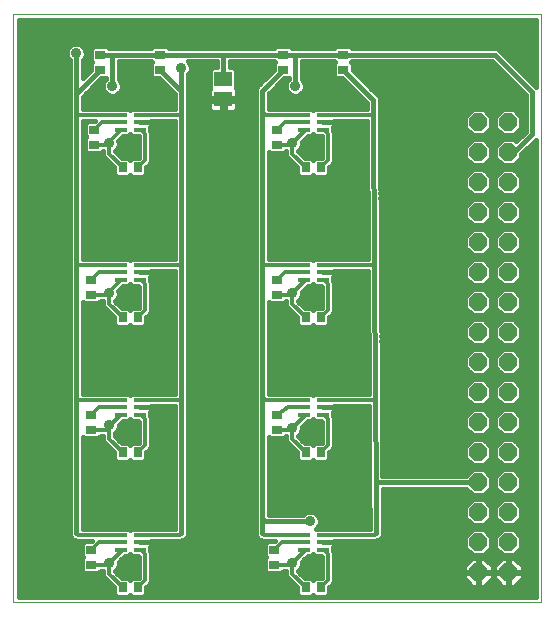
<source format=gtl>
G75*
G70*
%OFA0B0*%
%FSLAX24Y24*%
%IPPOS*%
%LPD*%
%AMOC8*
5,1,8,0,0,1.08239X$1,22.5*
%
%ADD10C,0.0000*%
%ADD11R,0.0413X0.0118*%
%ADD12R,0.0276X0.0354*%
%ADD13R,0.0354X0.0276*%
%ADD14OC8,0.0600*%
%ADD15R,0.0591X0.0512*%
%ADD16C,0.0160*%
%ADD17C,0.0120*%
%ADD18C,0.0356*%
D10*
X000180Y000600D02*
X000180Y020200D01*
X017780Y020200D01*
X017780Y000600D01*
X000180Y000600D01*
D11*
X003765Y002344D03*
X003765Y002600D03*
X003765Y002856D03*
X004395Y002856D03*
X004395Y002600D03*
X004395Y002344D03*
X004395Y006844D03*
X004395Y007100D03*
X004395Y007356D03*
X003765Y007356D03*
X003765Y007100D03*
X003765Y006844D03*
X003765Y011344D03*
X003765Y011600D03*
X003765Y011856D03*
X004395Y011856D03*
X004395Y011600D03*
X004395Y011344D03*
X004395Y016344D03*
X004395Y016600D03*
X004395Y016856D03*
X003765Y016856D03*
X003765Y016600D03*
X003765Y016344D03*
X009865Y016344D03*
X009865Y016600D03*
X009865Y016856D03*
X010495Y016856D03*
X010495Y016600D03*
X010495Y016344D03*
X010495Y011856D03*
X010495Y011600D03*
X010495Y011344D03*
X009865Y011344D03*
X009865Y011600D03*
X009865Y011856D03*
X009865Y007356D03*
X009865Y007100D03*
X009865Y006844D03*
X010495Y006844D03*
X010495Y007100D03*
X010495Y007356D03*
X010495Y002856D03*
X010495Y002600D03*
X010495Y002344D03*
X009865Y002344D03*
X009865Y002600D03*
X009865Y002856D03*
D12*
X009924Y001100D03*
X010436Y001100D03*
X010436Y005600D03*
X009924Y005600D03*
X009924Y010100D03*
X010436Y010100D03*
X010436Y015100D03*
X009924Y015100D03*
X004336Y015100D03*
X003824Y015100D03*
X003824Y010100D03*
X004336Y010100D03*
X004336Y005600D03*
X003824Y005600D03*
X003824Y001100D03*
X004336Y001100D03*
D13*
X002780Y001844D03*
X002780Y002356D03*
X002780Y006344D03*
X002780Y006856D03*
X002780Y010844D03*
X002780Y011356D03*
X002880Y015844D03*
X002880Y016356D03*
X003080Y018344D03*
X003080Y018856D03*
X005080Y018856D03*
X005080Y018344D03*
X008980Y016356D03*
X008980Y015844D03*
X009180Y018344D03*
X009180Y018856D03*
X011180Y018856D03*
X011180Y018344D03*
X008980Y011356D03*
X008980Y010844D03*
X008980Y006856D03*
X008980Y006344D03*
X008880Y002356D03*
X008880Y001844D03*
D14*
X015680Y001600D03*
X015680Y002600D03*
X015680Y003600D03*
X015680Y004600D03*
X015680Y005600D03*
X015680Y006600D03*
X015680Y007600D03*
X015680Y008600D03*
X015680Y009600D03*
X015680Y010600D03*
X015680Y011600D03*
X015680Y012600D03*
X015680Y013600D03*
X015680Y014600D03*
X015680Y015600D03*
X015680Y016600D03*
X016680Y016600D03*
X016680Y015600D03*
X016680Y014600D03*
X016680Y013600D03*
X016680Y012600D03*
X016680Y011600D03*
X016680Y010600D03*
X016680Y009600D03*
X016680Y008600D03*
X016680Y007600D03*
X016680Y006600D03*
X016680Y005600D03*
X016680Y004600D03*
X016680Y003600D03*
X016680Y002600D03*
X016680Y001600D03*
D15*
X007180Y017365D03*
X007180Y018035D03*
D16*
X007180Y018856D01*
X006880Y018856D01*
X005080Y018856D01*
X003080Y018856D01*
X003424Y018856D01*
X003480Y018800D01*
X003480Y017800D01*
X003700Y018030D02*
X003700Y018636D01*
X004787Y018636D01*
X004823Y018600D01*
X004763Y018540D01*
X004763Y018148D01*
X004845Y018066D01*
X005047Y018066D01*
X005560Y017553D01*
X005560Y017056D01*
X004312Y017056D01*
X004311Y017055D01*
X004130Y017055D01*
X004080Y017005D01*
X004030Y017055D01*
X003849Y017055D01*
X003848Y017056D01*
X002500Y017056D01*
X002500Y017453D01*
X003113Y018066D01*
X003260Y018066D01*
X003260Y018030D01*
X003210Y017980D01*
X003162Y017863D01*
X003162Y017737D01*
X003210Y017620D01*
X003300Y017530D01*
X003417Y017482D01*
X003543Y017482D01*
X003660Y017530D01*
X003750Y017620D01*
X003798Y017737D01*
X003798Y017863D01*
X003750Y017980D01*
X003700Y018030D01*
X003700Y018035D02*
X005078Y018035D01*
X005236Y017877D02*
X003793Y017877D01*
X003790Y017718D02*
X005395Y017718D01*
X005553Y017560D02*
X003689Y017560D01*
X003271Y017560D02*
X002607Y017560D01*
X002500Y017401D02*
X005560Y017401D01*
X005560Y017243D02*
X002500Y017243D01*
X002500Y017084D02*
X005560Y017084D01*
X005780Y016800D02*
X005780Y011800D01*
X005780Y007300D01*
X005780Y002900D01*
X005843Y002680D02*
X005871Y002680D01*
X006000Y002809D01*
X006000Y018170D01*
X006050Y018220D01*
X006098Y018337D01*
X006098Y018463D01*
X006050Y018580D01*
X005994Y018636D01*
X006960Y018636D01*
X006960Y018431D01*
X006827Y018431D01*
X006745Y018349D01*
X006745Y017736D01*
X006741Y017732D01*
X006717Y017691D01*
X006705Y017645D01*
X006705Y017413D01*
X007132Y017413D01*
X007132Y017317D01*
X007228Y017317D01*
X007228Y016929D01*
X007499Y016929D01*
X007545Y016942D01*
X007586Y016965D01*
X007619Y016999D01*
X007643Y017040D01*
X007655Y017086D01*
X007655Y017317D01*
X007228Y017317D01*
X007228Y017413D01*
X007655Y017413D01*
X007655Y017645D01*
X007643Y017691D01*
X007619Y017732D01*
X007615Y017736D01*
X007615Y018349D01*
X007533Y018431D01*
X007400Y018431D01*
X007400Y018636D01*
X008887Y018636D01*
X008923Y018600D01*
X008863Y018540D01*
X008863Y018338D01*
X008389Y017864D01*
X008260Y017735D01*
X008260Y002809D01*
X008389Y002680D01*
X008417Y002680D01*
X008441Y002656D01*
X008897Y002656D01*
X008875Y002634D01*
X008645Y002634D01*
X008563Y002552D01*
X008563Y002160D01*
X008623Y002100D01*
X008563Y002040D01*
X008563Y001648D01*
X008645Y001566D01*
X009115Y001566D01*
X009193Y001644D01*
X009280Y001644D01*
X009280Y001461D01*
X009397Y001344D01*
X009397Y001344D01*
X009646Y001095D01*
X009646Y000865D01*
X009728Y000783D01*
X010120Y000783D01*
X010180Y000843D01*
X010240Y000783D01*
X010632Y000783D01*
X010714Y000865D01*
X010714Y001095D01*
X010763Y001144D01*
X010880Y001261D01*
X010880Y002283D01*
X010842Y002321D01*
X010842Y002426D01*
X010846Y002430D01*
X010869Y002471D01*
X010882Y002517D01*
X010882Y002600D01*
X010882Y002656D01*
X012319Y002656D01*
X012343Y002680D01*
X012373Y002681D01*
X012501Y002810D01*
X012490Y004380D01*
X015278Y004380D01*
X015498Y004160D01*
X015862Y004160D01*
X016120Y004418D01*
X016120Y004782D01*
X015862Y005040D01*
X015498Y005040D01*
X015278Y004820D01*
X012487Y004820D01*
X012469Y007394D01*
X012469Y007394D01*
X012437Y011992D01*
X012404Y016810D01*
X012400Y017345D01*
X012400Y017435D01*
X012399Y017436D01*
X012399Y017437D01*
X012335Y017500D01*
X011497Y018338D01*
X011497Y018540D01*
X011437Y018600D01*
X011473Y018636D01*
X016133Y018636D01*
X017260Y017509D01*
X017260Y016291D01*
X016936Y015967D01*
X016862Y016040D01*
X016498Y016040D01*
X016240Y015782D01*
X016240Y015418D01*
X016498Y015160D01*
X016862Y015160D01*
X017120Y015418D01*
X017120Y015529D01*
X017571Y015980D01*
X017600Y016009D01*
X017600Y000780D01*
X000360Y000780D01*
X000360Y020020D01*
X017600Y020020D01*
X017600Y017791D01*
X016444Y018947D01*
X016315Y019076D01*
X011473Y019076D01*
X011415Y019134D01*
X010945Y019134D01*
X010887Y019076D01*
X009473Y019076D01*
X009415Y019134D01*
X008945Y019134D01*
X008887Y019076D01*
X005373Y019076D01*
X005315Y019134D01*
X004845Y019134D01*
X004787Y019076D01*
X003373Y019076D01*
X003315Y019134D01*
X002845Y019134D01*
X002763Y019052D01*
X002763Y018660D01*
X002823Y018600D01*
X002763Y018540D01*
X002763Y018338D01*
X002500Y018075D01*
X002500Y018670D01*
X002550Y018720D01*
X002598Y018837D01*
X002598Y018963D01*
X002550Y019080D01*
X002460Y019170D01*
X002343Y019218D01*
X002217Y019218D01*
X002100Y019170D01*
X002010Y019080D01*
X001962Y018963D01*
X001962Y018837D01*
X002010Y018720D01*
X002060Y018670D01*
X002060Y002809D01*
X002189Y002680D01*
X002217Y002680D01*
X002241Y002656D01*
X002797Y002656D01*
X002775Y002634D01*
X002545Y002634D01*
X002463Y002552D01*
X002463Y002160D01*
X002523Y002100D01*
X002463Y002040D01*
X002463Y001648D01*
X002545Y001566D01*
X003015Y001566D01*
X003093Y001644D01*
X003180Y001644D01*
X003180Y001461D01*
X003546Y001095D01*
X003546Y000865D01*
X003628Y000783D01*
X004020Y000783D01*
X004080Y000843D01*
X004140Y000783D01*
X004532Y000783D01*
X004614Y000865D01*
X004614Y001095D01*
X004663Y001144D01*
X004780Y001261D01*
X004780Y002283D01*
X004742Y002321D01*
X004742Y002426D01*
X004746Y002430D01*
X004769Y002471D01*
X004782Y002517D01*
X004782Y002600D01*
X004782Y002656D01*
X005819Y002656D01*
X005843Y002680D01*
X005823Y002661D02*
X008437Y002661D01*
X008563Y002502D02*
X004778Y002502D01*
X004782Y002600D02*
X004395Y002600D01*
X004782Y002600D01*
X004742Y002344D02*
X008563Y002344D01*
X008563Y002185D02*
X004780Y002185D01*
X004780Y002027D02*
X008563Y002027D01*
X008563Y001868D02*
X004780Y001868D01*
X004780Y001710D02*
X008563Y001710D01*
X009280Y001551D02*
X004780Y001551D01*
X004780Y001393D02*
X009349Y001393D01*
X009507Y001234D02*
X004753Y001234D01*
X004614Y001076D02*
X009646Y001076D01*
X009646Y000917D02*
X004614Y000917D01*
X004370Y001417D02*
X004140Y001417D01*
X004080Y001357D01*
X004020Y001417D01*
X003790Y001417D01*
X003580Y001627D01*
X003580Y001650D01*
X003650Y001720D01*
X003698Y001837D01*
X003698Y001935D01*
X003848Y002085D01*
X003908Y002145D01*
X004030Y002145D01*
X004080Y002195D01*
X004130Y002145D01*
X004311Y002145D01*
X004312Y002144D01*
X004353Y002144D01*
X004380Y002117D01*
X004380Y001427D01*
X004370Y001417D01*
X004380Y001551D02*
X003656Y001551D01*
X003639Y001710D02*
X004380Y001710D01*
X004380Y001868D02*
X003698Y001868D01*
X003789Y002027D02*
X004380Y002027D01*
X004090Y002185D02*
X004070Y002185D01*
X004395Y002600D02*
X004395Y002600D01*
X004311Y003055D02*
X004130Y003055D01*
X004080Y003005D01*
X004030Y003055D01*
X003849Y003055D01*
X003848Y003056D01*
X002500Y003056D01*
X002500Y006111D01*
X002545Y006066D01*
X003015Y006066D01*
X003093Y006144D01*
X003180Y006144D01*
X003180Y005961D01*
X003546Y005595D01*
X003546Y005365D01*
X003628Y005283D01*
X004020Y005283D01*
X004080Y005343D01*
X004140Y005283D01*
X004532Y005283D01*
X004614Y005365D01*
X004614Y005595D01*
X004663Y005644D01*
X004780Y005761D01*
X004780Y006783D01*
X004742Y006821D01*
X004742Y006926D01*
X004746Y006930D01*
X004769Y006971D01*
X004782Y007017D01*
X004782Y007100D01*
X004782Y007156D01*
X005560Y007156D01*
X005560Y003056D01*
X004312Y003056D01*
X004311Y003055D01*
X005560Y003136D02*
X002500Y003136D01*
X002500Y003295D02*
X005560Y003295D01*
X005560Y003453D02*
X002500Y003453D01*
X002500Y003612D02*
X005560Y003612D01*
X005560Y003770D02*
X002500Y003770D01*
X002500Y003929D02*
X005560Y003929D01*
X005560Y004087D02*
X002500Y004087D01*
X002500Y004246D02*
X005560Y004246D01*
X005560Y004404D02*
X002500Y004404D01*
X002500Y004563D02*
X005560Y004563D01*
X005560Y004721D02*
X002500Y004721D01*
X002500Y004880D02*
X005560Y004880D01*
X005560Y005038D02*
X002500Y005038D01*
X002500Y005197D02*
X005560Y005197D01*
X005560Y005355D02*
X004604Y005355D01*
X004614Y005514D02*
X005560Y005514D01*
X005560Y005672D02*
X004691Y005672D01*
X004780Y005831D02*
X005560Y005831D01*
X005560Y005989D02*
X004780Y005989D01*
X004780Y006148D02*
X005560Y006148D01*
X005560Y006306D02*
X004780Y006306D01*
X004780Y006465D02*
X005560Y006465D01*
X005560Y006623D02*
X004780Y006623D01*
X004780Y006782D02*
X005560Y006782D01*
X005560Y006940D02*
X004751Y006940D01*
X004782Y007099D02*
X005560Y007099D01*
X006000Y007099D02*
X008260Y007099D01*
X008260Y007257D02*
X006000Y007257D01*
X006000Y007416D02*
X008260Y007416D01*
X008260Y007574D02*
X006000Y007574D01*
X006000Y007733D02*
X008260Y007733D01*
X008260Y007891D02*
X006000Y007891D01*
X006000Y008050D02*
X008260Y008050D01*
X008260Y008208D02*
X006000Y008208D01*
X006000Y008367D02*
X008260Y008367D01*
X008260Y008525D02*
X006000Y008525D01*
X006000Y008684D02*
X008260Y008684D01*
X008260Y008842D02*
X006000Y008842D01*
X006000Y009001D02*
X008260Y009001D01*
X008260Y009159D02*
X006000Y009159D01*
X006000Y009318D02*
X008260Y009318D01*
X008260Y009476D02*
X006000Y009476D01*
X006000Y009635D02*
X008260Y009635D01*
X008260Y009793D02*
X006000Y009793D01*
X006000Y009952D02*
X008260Y009952D01*
X008260Y010110D02*
X006000Y010110D01*
X006000Y010269D02*
X008260Y010269D01*
X008260Y010427D02*
X006000Y010427D01*
X006000Y010586D02*
X008260Y010586D01*
X008260Y010744D02*
X006000Y010744D01*
X006000Y010903D02*
X008260Y010903D01*
X008260Y011061D02*
X006000Y011061D01*
X006000Y011220D02*
X008260Y011220D01*
X008260Y011378D02*
X006000Y011378D01*
X006000Y011537D02*
X008260Y011537D01*
X008260Y011695D02*
X006000Y011695D01*
X006000Y011854D02*
X008260Y011854D01*
X008260Y012012D02*
X006000Y012012D01*
X006000Y012171D02*
X008260Y012171D01*
X008260Y012329D02*
X006000Y012329D01*
X006000Y012488D02*
X008260Y012488D01*
X008260Y012646D02*
X006000Y012646D01*
X006000Y012805D02*
X008260Y012805D01*
X008260Y012963D02*
X006000Y012963D01*
X006000Y013122D02*
X008260Y013122D01*
X008260Y013280D02*
X006000Y013280D01*
X006000Y013439D02*
X008260Y013439D01*
X008260Y013597D02*
X006000Y013597D01*
X006000Y013756D02*
X008260Y013756D01*
X008260Y013914D02*
X006000Y013914D01*
X006000Y014073D02*
X008260Y014073D01*
X008260Y014231D02*
X006000Y014231D01*
X006000Y014390D02*
X008260Y014390D01*
X008260Y014548D02*
X006000Y014548D01*
X006000Y014707D02*
X008260Y014707D01*
X008260Y014865D02*
X006000Y014865D01*
X006000Y015024D02*
X008260Y015024D01*
X008260Y015182D02*
X006000Y015182D01*
X006000Y015341D02*
X008260Y015341D01*
X008260Y015499D02*
X006000Y015499D01*
X006000Y015658D02*
X008260Y015658D01*
X008260Y015816D02*
X006000Y015816D01*
X006000Y015975D02*
X008260Y015975D01*
X008260Y016133D02*
X006000Y016133D01*
X006000Y016292D02*
X008260Y016292D01*
X008260Y016450D02*
X006000Y016450D01*
X006000Y016609D02*
X008260Y016609D01*
X008260Y016767D02*
X006000Y016767D01*
X006000Y016926D02*
X008260Y016926D01*
X008260Y017084D02*
X007655Y017084D01*
X007655Y017243D02*
X008260Y017243D01*
X008260Y017401D02*
X007228Y017401D01*
X007132Y017401D02*
X006000Y017401D01*
X006000Y017243D02*
X006705Y017243D01*
X006705Y017317D02*
X006705Y017086D01*
X006717Y017040D01*
X006741Y016999D01*
X006774Y016965D01*
X006815Y016942D01*
X006861Y016929D01*
X007132Y016929D01*
X007132Y017317D01*
X006705Y017317D01*
X006705Y017084D02*
X006000Y017084D01*
X005780Y016800D02*
X005780Y017644D01*
X005780Y018400D01*
X006079Y018511D02*
X006960Y018511D01*
X006748Y018352D02*
X006098Y018352D01*
X006023Y018194D02*
X006745Y018194D01*
X006745Y018035D02*
X006000Y018035D01*
X006000Y017877D02*
X006745Y017877D01*
X006733Y017718D02*
X006000Y017718D01*
X006000Y017560D02*
X006705Y017560D01*
X007132Y017243D02*
X007228Y017243D01*
X007228Y017084D02*
X007132Y017084D01*
X007655Y017560D02*
X008260Y017560D01*
X008260Y017718D02*
X007627Y017718D01*
X007615Y017877D02*
X008401Y017877D01*
X008560Y018035D02*
X007615Y018035D01*
X007615Y018194D02*
X008718Y018194D01*
X008863Y018352D02*
X007612Y018352D01*
X007400Y018511D02*
X008863Y018511D01*
X009180Y018344D02*
X008480Y017644D01*
X008480Y016900D01*
X008480Y011800D01*
X008480Y007400D01*
X008480Y003400D01*
X008580Y003300D01*
X010080Y003300D01*
X010398Y003295D02*
X012057Y003295D01*
X012056Y003453D02*
X010361Y003453D01*
X010350Y003480D02*
X010398Y003363D01*
X010398Y003237D01*
X010350Y003120D01*
X010285Y003055D01*
X010411Y003055D01*
X010412Y003056D01*
X012059Y003056D01*
X012049Y004508D01*
X012048Y004509D01*
X012048Y004599D01*
X012048Y004690D01*
X012048Y004690D01*
X012031Y007156D01*
X010882Y007156D01*
X010882Y007100D01*
X010495Y007100D01*
X010495Y007100D01*
X010882Y007100D01*
X010882Y007017D01*
X010869Y006971D01*
X010846Y006930D01*
X010842Y006926D01*
X010842Y006821D01*
X010880Y006783D01*
X010880Y005761D01*
X010763Y005644D01*
X010763Y005644D01*
X010714Y005595D01*
X010714Y005365D01*
X010632Y005283D01*
X010240Y005283D01*
X010180Y005343D01*
X010120Y005283D01*
X009728Y005283D01*
X009646Y005365D01*
X009646Y005595D01*
X009397Y005844D01*
X009280Y005961D01*
X009280Y006131D01*
X009215Y006066D01*
X008745Y006066D01*
X008700Y006111D01*
X008700Y003520D01*
X009850Y003520D01*
X009900Y003570D01*
X010017Y003618D01*
X010143Y003618D01*
X010260Y003570D01*
X010350Y003480D01*
X010159Y003612D02*
X012055Y003612D01*
X012054Y003770D02*
X008700Y003770D01*
X008700Y003612D02*
X010001Y003612D01*
X010356Y003136D02*
X012058Y003136D01*
X012280Y002900D02*
X012268Y004600D01*
X012268Y004600D01*
X012250Y007301D01*
X012218Y011899D01*
X012183Y016900D01*
X012180Y017344D01*
X011180Y018344D01*
X011147Y018066D02*
X010945Y018066D01*
X010863Y018148D01*
X010863Y018540D01*
X010923Y018600D01*
X010887Y018636D01*
X009800Y018636D01*
X009800Y018030D01*
X009850Y017980D01*
X009898Y017863D01*
X009898Y017737D01*
X009850Y017620D01*
X009760Y017530D01*
X009643Y017482D01*
X009517Y017482D01*
X009400Y017530D01*
X009310Y017620D01*
X009262Y017737D01*
X009262Y017863D01*
X009310Y017980D01*
X009360Y018030D01*
X009360Y018066D01*
X009213Y018066D01*
X008700Y017553D01*
X008700Y017056D01*
X009948Y017056D01*
X009949Y017055D01*
X010130Y017055D01*
X010180Y017005D01*
X010230Y017055D01*
X010411Y017055D01*
X010412Y017056D01*
X011962Y017056D01*
X011961Y017252D01*
X011147Y018066D01*
X011178Y018035D02*
X009800Y018035D01*
X009800Y018194D02*
X010863Y018194D01*
X010863Y018352D02*
X009800Y018352D01*
X009800Y018511D02*
X010863Y018511D01*
X011180Y018856D02*
X009180Y018856D01*
X009524Y018856D01*
X009580Y018800D01*
X009580Y017800D01*
X009789Y017560D02*
X011653Y017560D01*
X011495Y017718D02*
X009890Y017718D01*
X009893Y017877D02*
X011336Y017877D01*
X011642Y018194D02*
X016575Y018194D01*
X016417Y018352D02*
X011497Y018352D01*
X011497Y018511D02*
X016258Y018511D01*
X016224Y018856D02*
X011180Y018856D01*
X011800Y018035D02*
X016734Y018035D01*
X016892Y017877D02*
X011959Y017877D01*
X012117Y017718D02*
X017051Y017718D01*
X017209Y017560D02*
X012276Y017560D01*
X012400Y017401D02*
X017260Y017401D01*
X017260Y017243D02*
X012401Y017243D01*
X012402Y017084D02*
X017260Y017084D01*
X017260Y016926D02*
X016977Y016926D01*
X016862Y017040D02*
X017120Y016782D01*
X017120Y016418D01*
X016862Y016160D01*
X016498Y016160D01*
X016240Y016418D01*
X016240Y016782D01*
X016498Y017040D01*
X016862Y017040D01*
X017120Y016767D02*
X017260Y016767D01*
X017260Y016609D02*
X017120Y016609D01*
X017120Y016450D02*
X017260Y016450D01*
X017260Y016292D02*
X016994Y016292D01*
X017102Y016133D02*
X012408Y016133D01*
X012409Y015975D02*
X015432Y015975D01*
X015498Y016040D02*
X015240Y015782D01*
X015240Y015418D01*
X015498Y015160D01*
X015862Y015160D01*
X016120Y015418D01*
X016120Y015782D01*
X015862Y016040D01*
X015498Y016040D01*
X015498Y016160D02*
X015862Y016160D01*
X016120Y016418D01*
X016120Y016782D01*
X015862Y017040D01*
X015498Y017040D01*
X015240Y016782D01*
X015240Y016418D01*
X015498Y016160D01*
X015366Y016292D02*
X012407Y016292D01*
X012406Y016450D02*
X015240Y016450D01*
X015240Y016609D02*
X012405Y016609D01*
X012404Y016767D02*
X015240Y016767D01*
X015383Y016926D02*
X012403Y016926D01*
X012404Y016810D02*
X012404Y016810D01*
X011965Y016656D02*
X011997Y012056D01*
X010412Y012056D01*
X010411Y012055D01*
X010230Y012055D01*
X010180Y012005D01*
X010130Y012055D01*
X009949Y012055D01*
X009948Y012056D01*
X008700Y012056D01*
X008700Y015611D01*
X008745Y015566D01*
X009215Y015566D01*
X009280Y015631D01*
X009280Y015461D01*
X009397Y015344D01*
X009646Y015095D01*
X009646Y014865D01*
X008700Y014865D01*
X008700Y014707D02*
X011978Y014707D01*
X011977Y014865D02*
X010714Y014865D01*
X010714Y015095D01*
X010763Y015144D01*
X010880Y015261D01*
X010880Y016283D01*
X010842Y016321D01*
X010842Y016426D01*
X010846Y016430D01*
X010869Y016471D01*
X010882Y016517D01*
X010882Y016600D01*
X010882Y016656D01*
X011965Y016656D01*
X011965Y016609D02*
X010882Y016609D01*
X010882Y016600D02*
X010495Y016600D01*
X010495Y016600D01*
X010882Y016600D01*
X010857Y016450D02*
X011966Y016450D01*
X011967Y016292D02*
X010871Y016292D01*
X010880Y016133D02*
X011968Y016133D01*
X011969Y015975D02*
X010880Y015975D01*
X010880Y015816D02*
X011971Y015816D01*
X011972Y015658D02*
X010880Y015658D01*
X010880Y015499D02*
X011973Y015499D01*
X011974Y015341D02*
X010880Y015341D01*
X010801Y015182D02*
X011975Y015182D01*
X011976Y015024D02*
X010714Y015024D01*
X010714Y014865D02*
X010632Y014783D01*
X010240Y014783D01*
X010180Y014843D01*
X010120Y014783D01*
X009728Y014783D01*
X009646Y014865D01*
X009646Y015024D02*
X008700Y015024D01*
X008700Y015182D02*
X009559Y015182D01*
X009401Y015341D02*
X008700Y015341D01*
X008700Y015499D02*
X009280Y015499D01*
X009680Y015627D02*
X009680Y015650D01*
X009750Y015720D01*
X009798Y015837D01*
X009798Y015935D01*
X009948Y016085D01*
X010008Y016145D01*
X010130Y016145D01*
X010180Y016195D01*
X010230Y016145D01*
X010411Y016145D01*
X010412Y016144D01*
X010453Y016144D01*
X010480Y016117D01*
X010480Y015427D01*
X010470Y015417D01*
X010240Y015417D01*
X010180Y015357D01*
X010120Y015417D01*
X009890Y015417D01*
X009680Y015627D01*
X009687Y015658D02*
X010480Y015658D01*
X010480Y015816D02*
X009790Y015816D01*
X009837Y015975D02*
X010480Y015975D01*
X010464Y016133D02*
X009996Y016133D01*
X009948Y016085D02*
X009948Y016085D01*
X009808Y015499D02*
X010480Y015499D01*
X011979Y014548D02*
X008700Y014548D01*
X008700Y014390D02*
X011980Y014390D01*
X011982Y014231D02*
X008700Y014231D01*
X008700Y014073D02*
X011983Y014073D01*
X011984Y013914D02*
X008700Y013914D01*
X008700Y013756D02*
X011985Y013756D01*
X011986Y013597D02*
X008700Y013597D01*
X008700Y013439D02*
X011987Y013439D01*
X011988Y013280D02*
X008700Y013280D01*
X008700Y013122D02*
X011989Y013122D01*
X011990Y012963D02*
X008700Y012963D01*
X008700Y012805D02*
X011991Y012805D01*
X011993Y012646D02*
X008700Y012646D01*
X008700Y012488D02*
X011994Y012488D01*
X011995Y012329D02*
X008700Y012329D01*
X008700Y012171D02*
X011996Y012171D01*
X011999Y011656D02*
X012028Y007556D01*
X010412Y007556D01*
X010411Y007555D01*
X010230Y007555D01*
X010180Y007505D01*
X010130Y007555D01*
X009949Y007555D01*
X009948Y007556D01*
X008700Y007556D01*
X008700Y010611D01*
X008745Y010566D01*
X009215Y010566D01*
X009280Y010631D01*
X009280Y010461D01*
X009397Y010344D01*
X009646Y010095D01*
X009646Y009865D01*
X009728Y009783D01*
X010120Y009783D01*
X010180Y009843D01*
X010240Y009783D01*
X010632Y009783D01*
X010714Y009865D01*
X010714Y010095D01*
X010763Y010144D01*
X010880Y010261D01*
X010880Y011283D01*
X010842Y011321D01*
X010842Y011426D01*
X010846Y011430D01*
X010869Y011471D01*
X010882Y011517D01*
X010882Y011600D01*
X010882Y011656D01*
X011999Y011656D01*
X012000Y011537D02*
X010882Y011537D01*
X010882Y011600D02*
X010495Y011600D01*
X010882Y011600D01*
X010842Y011378D02*
X012001Y011378D01*
X012002Y011220D02*
X010880Y011220D01*
X010880Y011061D02*
X012003Y011061D01*
X012005Y010903D02*
X010880Y010903D01*
X010880Y010744D02*
X012006Y010744D01*
X012007Y010586D02*
X010880Y010586D01*
X010880Y010427D02*
X012008Y010427D01*
X012009Y010269D02*
X010880Y010269D01*
X010729Y010110D02*
X012010Y010110D01*
X012011Y009952D02*
X010714Y009952D01*
X010642Y009793D02*
X012012Y009793D01*
X012013Y009635D02*
X008700Y009635D01*
X008700Y009793D02*
X009718Y009793D01*
X009646Y009952D02*
X008700Y009952D01*
X008700Y010110D02*
X009631Y010110D01*
X009473Y010269D02*
X008700Y010269D01*
X008700Y010427D02*
X009314Y010427D01*
X009280Y010586D02*
X009234Y010586D01*
X009680Y010627D02*
X009680Y010650D01*
X009750Y010720D01*
X009798Y010837D01*
X009798Y010935D01*
X009948Y011085D01*
X010008Y011145D01*
X010130Y011145D01*
X010180Y011195D01*
X010230Y011145D01*
X010411Y011145D01*
X010412Y011144D01*
X010453Y011144D01*
X010480Y011117D01*
X010480Y010427D01*
X009880Y010427D01*
X009890Y010417D02*
X009680Y010627D01*
X009721Y010586D02*
X010480Y010586D01*
X010480Y010744D02*
X009760Y010744D01*
X009798Y010903D02*
X010480Y010903D01*
X010480Y011061D02*
X009924Y011061D01*
X009890Y010417D02*
X010120Y010417D01*
X010180Y010357D01*
X010240Y010417D01*
X010470Y010417D01*
X010480Y010427D01*
X010230Y009793D02*
X010130Y009793D01*
X008700Y009476D02*
X012014Y009476D01*
X012016Y009318D02*
X008700Y009318D01*
X008700Y009159D02*
X012017Y009159D01*
X012018Y009001D02*
X008700Y009001D01*
X008700Y008842D02*
X012019Y008842D01*
X012020Y008684D02*
X008700Y008684D01*
X008700Y008525D02*
X012021Y008525D01*
X012022Y008367D02*
X008700Y008367D01*
X008700Y008208D02*
X012023Y008208D01*
X012024Y008050D02*
X008700Y008050D01*
X008700Y007891D02*
X012025Y007891D01*
X012027Y007733D02*
X008700Y007733D01*
X008700Y007574D02*
X012028Y007574D01*
X012468Y007574D02*
X015240Y007574D01*
X015240Y007418D02*
X015498Y007160D01*
X015862Y007160D01*
X016120Y007418D01*
X016120Y007782D01*
X015862Y008040D01*
X015498Y008040D01*
X015240Y007782D01*
X015240Y007418D01*
X015242Y007416D02*
X012469Y007416D01*
X012470Y007257D02*
X015401Y007257D01*
X015498Y007040D02*
X015240Y006782D01*
X015240Y006418D01*
X015498Y006160D01*
X015862Y006160D01*
X016120Y006418D01*
X016120Y006782D01*
X015862Y007040D01*
X015498Y007040D01*
X015398Y006940D02*
X012472Y006940D01*
X012473Y006782D02*
X015240Y006782D01*
X015240Y006623D02*
X012474Y006623D01*
X012475Y006465D02*
X015240Y006465D01*
X015352Y006306D02*
X012476Y006306D01*
X012478Y006148D02*
X017600Y006148D01*
X017600Y006306D02*
X017008Y006306D01*
X017120Y006418D02*
X016862Y006160D01*
X016498Y006160D01*
X016240Y006418D01*
X016240Y006782D01*
X016498Y007040D01*
X016862Y007040D01*
X017120Y006782D01*
X017120Y006418D01*
X017120Y006465D02*
X017600Y006465D01*
X017600Y006623D02*
X017120Y006623D01*
X017120Y006782D02*
X017600Y006782D01*
X017600Y006940D02*
X016962Y006940D01*
X016862Y007160D02*
X017120Y007418D01*
X017120Y007782D01*
X016862Y008040D01*
X016498Y008040D01*
X016240Y007782D01*
X016240Y007418D01*
X016498Y007160D01*
X016862Y007160D01*
X016959Y007257D02*
X017600Y007257D01*
X017600Y007099D02*
X012471Y007099D01*
X012034Y006623D02*
X010880Y006623D01*
X010880Y006465D02*
X012035Y006465D01*
X012036Y006306D02*
X010880Y006306D01*
X010880Y006148D02*
X012038Y006148D01*
X012039Y005989D02*
X010880Y005989D01*
X010880Y005831D02*
X012040Y005831D01*
X012041Y005672D02*
X010791Y005672D01*
X010714Y005514D02*
X012042Y005514D01*
X012043Y005355D02*
X010704Y005355D01*
X010470Y005917D02*
X010240Y005917D01*
X010180Y005857D01*
X010120Y005917D01*
X009890Y005917D01*
X009680Y006127D01*
X009680Y006150D01*
X009750Y006220D01*
X009798Y006337D01*
X009798Y006435D01*
X009948Y006585D01*
X010008Y006645D01*
X010130Y006645D01*
X010180Y006695D01*
X010230Y006645D01*
X010411Y006645D01*
X010412Y006644D01*
X010453Y006644D01*
X010480Y006617D01*
X010480Y005927D01*
X010470Y005917D01*
X010480Y005989D02*
X009818Y005989D01*
X009680Y006148D02*
X010480Y006148D01*
X010480Y006306D02*
X009785Y006306D01*
X009827Y006465D02*
X010480Y006465D01*
X010474Y006623D02*
X009986Y006623D01*
X009280Y005989D02*
X008700Y005989D01*
X008700Y005831D02*
X009411Y005831D01*
X009569Y005672D02*
X008700Y005672D01*
X008700Y005514D02*
X009646Y005514D01*
X009656Y005355D02*
X008700Y005355D01*
X008700Y005197D02*
X012044Y005197D01*
X012045Y005038D02*
X008700Y005038D01*
X008700Y004880D02*
X012046Y004880D01*
X012047Y004721D02*
X008700Y004721D01*
X008700Y004563D02*
X012048Y004563D01*
X012050Y004404D02*
X008700Y004404D01*
X008700Y004246D02*
X012051Y004246D01*
X012052Y004087D02*
X008700Y004087D01*
X008700Y003929D02*
X012053Y003929D01*
X012493Y003929D02*
X015386Y003929D01*
X015498Y004040D02*
X015240Y003782D01*
X015240Y003418D01*
X015498Y003160D01*
X015862Y003160D01*
X016120Y003418D01*
X016120Y003782D01*
X015862Y004040D01*
X015498Y004040D01*
X015412Y004246D02*
X012491Y004246D01*
X012492Y004087D02*
X017600Y004087D01*
X017600Y003929D02*
X016974Y003929D01*
X016862Y004040D02*
X017120Y003782D01*
X017120Y003418D01*
X016862Y003160D01*
X016498Y003160D01*
X016240Y003418D01*
X016240Y003782D01*
X016498Y004040D01*
X016862Y004040D01*
X016862Y004160D02*
X017120Y004418D01*
X017120Y004782D01*
X016862Y005040D01*
X016498Y005040D01*
X016240Y004782D01*
X016240Y004418D01*
X016498Y004160D01*
X016862Y004160D01*
X016948Y004246D02*
X017600Y004246D01*
X017600Y004404D02*
X017106Y004404D01*
X017120Y004563D02*
X017600Y004563D01*
X017600Y004721D02*
X017120Y004721D01*
X017023Y004880D02*
X017600Y004880D01*
X017600Y005038D02*
X016864Y005038D01*
X016862Y005160D02*
X017120Y005418D01*
X017120Y005782D01*
X016862Y006040D01*
X016498Y006040D01*
X016240Y005782D01*
X016240Y005418D01*
X016498Y005160D01*
X016862Y005160D01*
X016899Y005197D02*
X017600Y005197D01*
X017600Y005355D02*
X017057Y005355D01*
X017120Y005514D02*
X017600Y005514D01*
X017600Y005672D02*
X017120Y005672D01*
X017072Y005831D02*
X017600Y005831D01*
X017600Y005989D02*
X016913Y005989D01*
X016447Y005989D02*
X015913Y005989D01*
X015862Y006040D02*
X015498Y006040D01*
X015240Y005782D01*
X015240Y005418D01*
X015498Y005160D01*
X015862Y005160D01*
X016120Y005418D01*
X016120Y005782D01*
X015862Y006040D01*
X016072Y005831D02*
X016288Y005831D01*
X016240Y005672D02*
X016120Y005672D01*
X016120Y005514D02*
X016240Y005514D01*
X016303Y005355D02*
X016057Y005355D01*
X015899Y005197D02*
X016461Y005197D01*
X016496Y005038D02*
X015864Y005038D01*
X016023Y004880D02*
X016337Y004880D01*
X016240Y004721D02*
X016120Y004721D01*
X016120Y004563D02*
X016240Y004563D01*
X016254Y004404D02*
X016106Y004404D01*
X015948Y004246D02*
X016412Y004246D01*
X016386Y003929D02*
X015974Y003929D01*
X016120Y003770D02*
X016240Y003770D01*
X016240Y003612D02*
X016120Y003612D01*
X016120Y003453D02*
X016240Y003453D01*
X016363Y003295D02*
X015997Y003295D01*
X015862Y003040D02*
X015498Y003040D01*
X015240Y002782D01*
X015240Y002418D01*
X015498Y002160D01*
X015862Y002160D01*
X016120Y002418D01*
X016120Y002782D01*
X015862Y003040D01*
X015925Y002978D02*
X016435Y002978D01*
X016498Y003040D02*
X016240Y002782D01*
X016240Y002418D01*
X016498Y002160D01*
X016862Y002160D01*
X017120Y002418D01*
X017120Y002782D01*
X016862Y003040D01*
X016498Y003040D01*
X016277Y002819D02*
X016083Y002819D01*
X016120Y002661D02*
X016240Y002661D01*
X016240Y002502D02*
X016120Y002502D01*
X016046Y002344D02*
X016314Y002344D01*
X016473Y002185D02*
X015887Y002185D01*
X015879Y002080D02*
X015700Y002080D01*
X015700Y001620D01*
X015660Y001620D01*
X015660Y002080D01*
X015481Y002080D01*
X015200Y001799D01*
X015200Y001620D01*
X015660Y001620D01*
X015660Y001580D01*
X015200Y001580D01*
X015200Y001401D01*
X015481Y001120D01*
X015660Y001120D01*
X015660Y001580D01*
X015700Y001580D01*
X015700Y001620D01*
X016160Y001620D01*
X016160Y001799D01*
X015879Y002080D01*
X015932Y002027D02*
X016428Y002027D01*
X016481Y002080D02*
X016200Y001799D01*
X016200Y001620D01*
X016660Y001620D01*
X016660Y002080D01*
X016481Y002080D01*
X016660Y002027D02*
X016700Y002027D01*
X016700Y002080D02*
X016700Y001620D01*
X016660Y001620D01*
X016660Y001580D01*
X016200Y001580D01*
X016200Y001401D01*
X016481Y001120D01*
X016660Y001120D01*
X016660Y001580D01*
X016700Y001580D01*
X016700Y001620D01*
X017160Y001620D01*
X017160Y001799D01*
X016879Y002080D01*
X016700Y002080D01*
X016700Y001868D02*
X016660Y001868D01*
X016660Y001710D02*
X016700Y001710D01*
X016700Y001580D02*
X017160Y001580D01*
X017160Y001401D01*
X016879Y001120D01*
X016700Y001120D01*
X016700Y001580D01*
X016700Y001551D02*
X016660Y001551D01*
X016660Y001393D02*
X016700Y001393D01*
X016700Y001234D02*
X016660Y001234D01*
X016367Y001234D02*
X015993Y001234D01*
X015879Y001120D02*
X016160Y001401D01*
X016160Y001580D01*
X015700Y001580D01*
X015700Y001120D01*
X015879Y001120D01*
X015700Y001234D02*
X015660Y001234D01*
X015660Y001393D02*
X015700Y001393D01*
X015700Y001551D02*
X015660Y001551D01*
X015660Y001710D02*
X015700Y001710D01*
X015700Y001868D02*
X015660Y001868D01*
X015660Y002027D02*
X015700Y002027D01*
X015473Y002185D02*
X010880Y002185D01*
X010880Y002027D02*
X015428Y002027D01*
X015269Y001868D02*
X010880Y001868D01*
X010880Y001710D02*
X015200Y001710D01*
X015200Y001551D02*
X010880Y001551D01*
X010880Y001393D02*
X015209Y001393D01*
X015367Y001234D02*
X010853Y001234D01*
X010714Y001076D02*
X017600Y001076D01*
X017600Y001234D02*
X016993Y001234D01*
X017151Y001393D02*
X017600Y001393D01*
X017600Y001551D02*
X017160Y001551D01*
X017160Y001710D02*
X017600Y001710D01*
X017600Y001868D02*
X017091Y001868D01*
X016932Y002027D02*
X017600Y002027D01*
X017600Y002185D02*
X016887Y002185D01*
X017046Y002344D02*
X017600Y002344D01*
X017600Y002502D02*
X017120Y002502D01*
X017120Y002661D02*
X017600Y002661D01*
X017600Y002819D02*
X017083Y002819D01*
X016925Y002978D02*
X017600Y002978D01*
X017600Y003136D02*
X012498Y003136D01*
X012499Y002978D02*
X015435Y002978D01*
X015277Y002819D02*
X012501Y002819D01*
X012323Y002661D02*
X015240Y002661D01*
X015240Y002502D02*
X010878Y002502D01*
X010882Y002600D02*
X010495Y002600D01*
X010882Y002600D01*
X010842Y002344D02*
X015314Y002344D01*
X016091Y001868D02*
X016269Y001868D01*
X016200Y001710D02*
X016160Y001710D01*
X016160Y001551D02*
X016200Y001551D01*
X016209Y001393D02*
X016151Y001393D01*
X017600Y000917D02*
X010714Y000917D01*
X010470Y001417D02*
X010240Y001417D01*
X010180Y001357D01*
X010120Y001417D01*
X009890Y001417D01*
X009680Y001627D01*
X009680Y001650D01*
X009750Y001720D01*
X009798Y001837D01*
X009798Y001935D01*
X009948Y002085D01*
X010008Y002145D01*
X010130Y002145D01*
X010180Y002195D01*
X010230Y002145D01*
X010411Y002145D01*
X010412Y002144D01*
X010453Y002144D01*
X010480Y002117D01*
X010480Y001427D01*
X010470Y001417D01*
X010480Y001551D02*
X009756Y001551D01*
X009739Y001710D02*
X010480Y001710D01*
X010480Y001868D02*
X009798Y001868D01*
X009889Y002027D02*
X010480Y002027D01*
X010190Y002185D02*
X010170Y002185D01*
X010495Y002600D02*
X010495Y002600D01*
X010215Y001393D02*
X010145Y001393D01*
X008480Y002900D02*
X008480Y003400D01*
X008260Y003453D02*
X006000Y003453D01*
X006000Y003295D02*
X008260Y003295D01*
X008260Y003136D02*
X006000Y003136D01*
X006000Y002978D02*
X008260Y002978D01*
X008260Y002819D02*
X006000Y002819D01*
X006000Y003612D02*
X008260Y003612D01*
X008260Y003770D02*
X006000Y003770D01*
X006000Y003929D02*
X008260Y003929D01*
X008260Y004087D02*
X006000Y004087D01*
X006000Y004246D02*
X008260Y004246D01*
X008260Y004404D02*
X006000Y004404D01*
X006000Y004563D02*
X008260Y004563D01*
X008260Y004721D02*
X006000Y004721D01*
X006000Y004880D02*
X008260Y004880D01*
X008260Y005038D02*
X006000Y005038D01*
X006000Y005197D02*
X008260Y005197D01*
X008260Y005355D02*
X006000Y005355D01*
X006000Y005514D02*
X008260Y005514D01*
X008260Y005672D02*
X006000Y005672D01*
X006000Y005831D02*
X008260Y005831D01*
X008260Y005989D02*
X006000Y005989D01*
X006000Y006148D02*
X008260Y006148D01*
X008260Y006306D02*
X006000Y006306D01*
X006000Y006465D02*
X008260Y006465D01*
X008260Y006623D02*
X006000Y006623D01*
X006000Y006782D02*
X008260Y006782D01*
X008260Y006940D02*
X006000Y006940D01*
X005560Y007556D02*
X005560Y011656D01*
X004782Y011656D01*
X004782Y011600D01*
X004395Y011600D01*
X004395Y011600D01*
X004782Y011600D01*
X004782Y011517D01*
X004769Y011471D01*
X004746Y011430D01*
X004742Y011426D01*
X004742Y011321D01*
X004780Y011283D01*
X004780Y010261D01*
X004663Y010144D01*
X004614Y010095D01*
X004614Y009865D01*
X004532Y009783D01*
X004140Y009783D01*
X004080Y009843D01*
X004020Y009783D01*
X003628Y009783D01*
X003546Y009865D01*
X003546Y010095D01*
X003297Y010344D01*
X003180Y010461D01*
X003180Y010644D01*
X003093Y010644D01*
X003015Y010566D01*
X002545Y010566D01*
X002500Y010611D01*
X002500Y007556D01*
X003848Y007556D01*
X003849Y007555D01*
X004030Y007555D01*
X004080Y007505D01*
X004130Y007555D01*
X004311Y007555D01*
X004312Y007556D01*
X005560Y007556D01*
X005560Y007574D02*
X002500Y007574D01*
X002500Y007733D02*
X005560Y007733D01*
X005560Y007891D02*
X002500Y007891D01*
X002500Y008050D02*
X005560Y008050D01*
X005560Y008208D02*
X002500Y008208D01*
X002500Y008367D02*
X005560Y008367D01*
X005560Y008525D02*
X002500Y008525D01*
X002500Y008684D02*
X005560Y008684D01*
X005560Y008842D02*
X002500Y008842D01*
X002500Y009001D02*
X005560Y009001D01*
X005560Y009159D02*
X002500Y009159D01*
X002500Y009318D02*
X005560Y009318D01*
X005560Y009476D02*
X002500Y009476D01*
X002500Y009635D02*
X005560Y009635D01*
X005560Y009793D02*
X004542Y009793D01*
X004614Y009952D02*
X005560Y009952D01*
X005560Y010110D02*
X004629Y010110D01*
X004780Y010269D02*
X005560Y010269D01*
X005560Y010427D02*
X004780Y010427D01*
X004780Y010586D02*
X005560Y010586D01*
X005560Y010744D02*
X004780Y010744D01*
X004780Y010903D02*
X005560Y010903D01*
X005560Y011061D02*
X004780Y011061D01*
X004780Y011220D02*
X005560Y011220D01*
X005560Y011378D02*
X004742Y011378D01*
X004782Y011537D02*
X005560Y011537D01*
X005560Y012056D02*
X005560Y016656D01*
X004782Y016656D01*
X004782Y016600D01*
X004395Y016600D01*
X004395Y016600D01*
X004782Y016600D01*
X004782Y016517D01*
X004769Y016471D01*
X004746Y016430D01*
X004742Y016426D01*
X004742Y016321D01*
X004780Y016283D01*
X004780Y015261D01*
X004663Y015144D01*
X004614Y015095D01*
X004614Y014865D01*
X005560Y014865D01*
X005560Y014707D02*
X002500Y014707D01*
X002500Y014865D02*
X003546Y014865D01*
X003628Y014783D01*
X004020Y014783D01*
X004080Y014843D01*
X004140Y014783D01*
X004532Y014783D01*
X004614Y014865D01*
X004614Y015024D02*
X005560Y015024D01*
X005560Y015182D02*
X004701Y015182D01*
X004780Y015341D02*
X005560Y015341D01*
X005560Y015499D02*
X004780Y015499D01*
X004780Y015658D02*
X005560Y015658D01*
X005560Y015816D02*
X004780Y015816D01*
X004780Y015975D02*
X005560Y015975D01*
X005560Y016133D02*
X004780Y016133D01*
X004771Y016292D02*
X005560Y016292D01*
X005560Y016450D02*
X004757Y016450D01*
X004782Y016609D02*
X005560Y016609D01*
X005780Y017644D02*
X005080Y018344D01*
X004763Y018352D02*
X003700Y018352D01*
X003700Y018194D02*
X004763Y018194D01*
X004763Y018511D02*
X003700Y018511D01*
X003260Y018035D02*
X003082Y018035D01*
X003167Y017877D02*
X002924Y017877D01*
X002765Y017718D02*
X003170Y017718D01*
X002618Y018194D02*
X002500Y018194D01*
X002500Y018352D02*
X002763Y018352D01*
X002763Y018511D02*
X002500Y018511D01*
X002500Y018669D02*
X002763Y018669D01*
X002763Y018828D02*
X002594Y018828D01*
X002589Y018986D02*
X002763Y018986D01*
X002485Y019145D02*
X017600Y019145D01*
X017600Y019303D02*
X000360Y019303D01*
X000360Y019145D02*
X002075Y019145D01*
X001971Y018986D02*
X000360Y018986D01*
X000360Y018828D02*
X001966Y018828D01*
X002060Y018669D02*
X000360Y018669D01*
X000360Y018511D02*
X002060Y018511D01*
X002060Y018352D02*
X000360Y018352D01*
X000360Y018194D02*
X002060Y018194D01*
X002060Y018035D02*
X000360Y018035D01*
X000360Y017877D02*
X002060Y017877D01*
X002060Y017718D02*
X000360Y017718D01*
X000360Y017560D02*
X002060Y017560D01*
X002060Y017401D02*
X000360Y017401D01*
X000360Y017243D02*
X002060Y017243D01*
X002060Y017084D02*
X000360Y017084D01*
X000360Y016926D02*
X002060Y016926D01*
X002060Y016767D02*
X000360Y016767D01*
X000360Y016609D02*
X002060Y016609D01*
X002060Y016450D02*
X000360Y016450D01*
X000360Y016292D02*
X002060Y016292D01*
X002060Y016133D02*
X000360Y016133D01*
X000360Y015975D02*
X002060Y015975D01*
X002060Y015816D02*
X000360Y015816D01*
X000360Y015658D02*
X002060Y015658D01*
X002060Y015499D02*
X000360Y015499D01*
X000360Y015341D02*
X002060Y015341D01*
X002060Y015182D02*
X000360Y015182D01*
X000360Y015024D02*
X002060Y015024D01*
X002060Y014865D02*
X000360Y014865D01*
X000360Y014707D02*
X002060Y014707D01*
X002060Y014548D02*
X000360Y014548D01*
X000360Y014390D02*
X002060Y014390D01*
X002060Y014231D02*
X000360Y014231D01*
X000360Y014073D02*
X002060Y014073D01*
X002060Y013914D02*
X000360Y013914D01*
X000360Y013756D02*
X002060Y013756D01*
X002060Y013597D02*
X000360Y013597D01*
X000360Y013439D02*
X002060Y013439D01*
X002060Y013280D02*
X000360Y013280D01*
X000360Y013122D02*
X002060Y013122D01*
X002060Y012963D02*
X000360Y012963D01*
X000360Y012805D02*
X002060Y012805D01*
X002060Y012646D02*
X000360Y012646D01*
X000360Y012488D02*
X002060Y012488D01*
X002060Y012329D02*
X000360Y012329D01*
X000360Y012171D02*
X002060Y012171D01*
X002060Y012012D02*
X000360Y012012D01*
X000360Y011854D02*
X002060Y011854D01*
X002060Y011695D02*
X000360Y011695D01*
X000360Y011537D02*
X002060Y011537D01*
X002060Y011378D02*
X000360Y011378D01*
X000360Y011220D02*
X002060Y011220D01*
X002060Y011061D02*
X000360Y011061D01*
X000360Y010903D02*
X002060Y010903D01*
X002060Y010744D02*
X000360Y010744D01*
X000360Y010586D02*
X002060Y010586D01*
X002060Y010427D02*
X000360Y010427D01*
X000360Y010269D02*
X002060Y010269D01*
X002060Y010110D02*
X000360Y010110D01*
X000360Y009952D02*
X002060Y009952D01*
X002060Y009793D02*
X000360Y009793D01*
X000360Y009635D02*
X002060Y009635D01*
X002060Y009476D02*
X000360Y009476D01*
X000360Y009318D02*
X002060Y009318D01*
X002060Y009159D02*
X000360Y009159D01*
X000360Y009001D02*
X002060Y009001D01*
X002060Y008842D02*
X000360Y008842D01*
X000360Y008684D02*
X002060Y008684D01*
X002060Y008525D02*
X000360Y008525D01*
X000360Y008367D02*
X002060Y008367D01*
X002060Y008208D02*
X000360Y008208D01*
X000360Y008050D02*
X002060Y008050D01*
X002060Y007891D02*
X000360Y007891D01*
X000360Y007733D02*
X002060Y007733D01*
X002060Y007574D02*
X000360Y007574D01*
X000360Y007416D02*
X002060Y007416D01*
X002060Y007257D02*
X000360Y007257D01*
X000360Y007099D02*
X002060Y007099D01*
X002060Y006940D02*
X000360Y006940D01*
X000360Y006782D02*
X002060Y006782D01*
X002060Y006623D02*
X000360Y006623D01*
X000360Y006465D02*
X002060Y006465D01*
X002060Y006306D02*
X000360Y006306D01*
X000360Y006148D02*
X002060Y006148D01*
X002060Y005989D02*
X000360Y005989D01*
X000360Y005831D02*
X002060Y005831D01*
X002060Y005672D02*
X000360Y005672D01*
X000360Y005514D02*
X002060Y005514D01*
X002060Y005355D02*
X000360Y005355D01*
X000360Y005197D02*
X002060Y005197D01*
X002060Y005038D02*
X000360Y005038D01*
X000360Y004880D02*
X002060Y004880D01*
X002060Y004721D02*
X000360Y004721D01*
X000360Y004563D02*
X002060Y004563D01*
X002060Y004404D02*
X000360Y004404D01*
X000360Y004246D02*
X002060Y004246D01*
X002060Y004087D02*
X000360Y004087D01*
X000360Y003929D02*
X002060Y003929D01*
X002060Y003770D02*
X000360Y003770D01*
X000360Y003612D02*
X002060Y003612D01*
X002060Y003453D02*
X000360Y003453D01*
X000360Y003295D02*
X002060Y003295D01*
X002060Y003136D02*
X000360Y003136D01*
X000360Y002978D02*
X002060Y002978D01*
X002060Y002819D02*
X000360Y002819D01*
X000360Y002661D02*
X002237Y002661D01*
X002280Y002900D02*
X002280Y007400D01*
X002280Y011800D01*
X002280Y016800D01*
X002280Y017544D01*
X002280Y018900D01*
X003080Y018344D02*
X002280Y017544D01*
X002500Y016656D02*
X002897Y016656D01*
X002875Y016634D01*
X002645Y016634D01*
X002563Y016552D01*
X002563Y016160D01*
X002623Y016100D01*
X002563Y016040D01*
X002563Y015648D01*
X002645Y015566D01*
X003115Y015566D01*
X003180Y015631D01*
X003180Y015461D01*
X003297Y015344D01*
X003546Y015095D01*
X003546Y014865D01*
X003546Y015024D02*
X002500Y015024D01*
X002500Y015182D02*
X003459Y015182D01*
X003301Y015341D02*
X002500Y015341D01*
X002500Y015499D02*
X003180Y015499D01*
X003580Y015627D02*
X003580Y015650D01*
X003650Y015720D01*
X003698Y015837D01*
X003698Y015963D01*
X003689Y015985D01*
X003849Y016145D01*
X004030Y016145D01*
X004080Y016195D01*
X004130Y016145D01*
X004311Y016145D01*
X004312Y016144D01*
X004353Y016144D01*
X004380Y016117D01*
X004380Y015427D01*
X004370Y015417D01*
X004140Y015417D01*
X004080Y015357D01*
X004020Y015417D01*
X003790Y015417D01*
X003580Y015627D01*
X003587Y015658D02*
X004380Y015658D01*
X004380Y015816D02*
X003690Y015816D01*
X003693Y015975D02*
X004380Y015975D01*
X004364Y016133D02*
X003837Y016133D01*
X003708Y015499D02*
X004380Y015499D01*
X005560Y014548D02*
X002500Y014548D01*
X002500Y014390D02*
X005560Y014390D01*
X005560Y014231D02*
X002500Y014231D01*
X002500Y014073D02*
X005560Y014073D01*
X005560Y013914D02*
X002500Y013914D01*
X002500Y013756D02*
X005560Y013756D01*
X005560Y013597D02*
X002500Y013597D01*
X002500Y013439D02*
X005560Y013439D01*
X005560Y013280D02*
X002500Y013280D01*
X002500Y013122D02*
X005560Y013122D01*
X005560Y012963D02*
X002500Y012963D01*
X002500Y012805D02*
X005560Y012805D01*
X005560Y012646D02*
X002500Y012646D01*
X002500Y012488D02*
X005560Y012488D01*
X005560Y012329D02*
X002500Y012329D01*
X002500Y012171D02*
X005560Y012171D01*
X005560Y012056D02*
X004312Y012056D01*
X004311Y012055D01*
X004130Y012055D01*
X004080Y012005D01*
X004030Y012055D01*
X003849Y012055D01*
X003848Y012056D01*
X002500Y012056D01*
X002500Y016656D01*
X002500Y016609D02*
X002620Y016609D01*
X002563Y016450D02*
X002500Y016450D01*
X002500Y016292D02*
X002563Y016292D01*
X002590Y016133D02*
X002500Y016133D01*
X002500Y015975D02*
X002563Y015975D01*
X002563Y015816D02*
X002500Y015816D01*
X002500Y015658D02*
X002563Y015658D01*
X004073Y012012D02*
X004087Y012012D01*
X004080Y011195D02*
X004130Y011145D01*
X004311Y011145D01*
X004312Y011144D01*
X004353Y011144D01*
X004380Y011117D01*
X004380Y010427D01*
X003780Y010427D01*
X003790Y010417D02*
X003580Y010627D01*
X003580Y010650D01*
X003650Y010720D01*
X003698Y010837D01*
X003698Y010963D01*
X003689Y010985D01*
X003849Y011145D01*
X004030Y011145D01*
X004080Y011195D01*
X004380Y011061D02*
X003765Y011061D01*
X003698Y010903D02*
X004380Y010903D01*
X004380Y010744D02*
X003660Y010744D01*
X003621Y010586D02*
X004380Y010586D01*
X004380Y010427D02*
X004370Y010417D01*
X004140Y010417D01*
X004080Y010357D01*
X004020Y010417D01*
X003790Y010417D01*
X003531Y010110D02*
X002500Y010110D01*
X002500Y009952D02*
X003546Y009952D01*
X003618Y009793D02*
X002500Y009793D01*
X002500Y010269D02*
X003373Y010269D01*
X003214Y010427D02*
X002500Y010427D01*
X002500Y010586D02*
X002526Y010586D01*
X003034Y010586D02*
X003180Y010586D01*
X004030Y009793D02*
X004130Y009793D01*
X004395Y007100D02*
X004782Y007100D01*
X004395Y007100D01*
X004395Y007100D01*
X004353Y006644D02*
X004380Y006617D01*
X004380Y005927D01*
X004370Y005917D01*
X004140Y005917D01*
X004080Y005857D01*
X004020Y005917D01*
X003790Y005917D01*
X003580Y006127D01*
X003580Y006250D01*
X003650Y006320D01*
X003698Y006437D01*
X003698Y006494D01*
X003849Y006645D01*
X004030Y006645D01*
X004080Y006695D01*
X004130Y006645D01*
X004311Y006645D01*
X004312Y006644D01*
X004353Y006644D01*
X004374Y006623D02*
X003827Y006623D01*
X003698Y006465D02*
X004380Y006465D01*
X004380Y006306D02*
X003636Y006306D01*
X003580Y006148D02*
X004380Y006148D01*
X004380Y005989D02*
X003718Y005989D01*
X003469Y005672D02*
X002500Y005672D01*
X002500Y005514D02*
X003546Y005514D01*
X003556Y005355D02*
X002500Y005355D01*
X002500Y005831D02*
X003311Y005831D01*
X003180Y005989D02*
X002500Y005989D01*
X002463Y002502D02*
X000360Y002502D01*
X000360Y002344D02*
X002463Y002344D01*
X002463Y002185D02*
X000360Y002185D01*
X000360Y002027D02*
X002463Y002027D01*
X002463Y001868D02*
X000360Y001868D01*
X000360Y001710D02*
X002463Y001710D01*
X003180Y001551D02*
X000360Y001551D01*
X000360Y001393D02*
X003249Y001393D01*
X003407Y001234D02*
X000360Y001234D01*
X000360Y001076D02*
X003546Y001076D01*
X003546Y000917D02*
X000360Y000917D01*
X004045Y001393D02*
X004115Y001393D01*
X010880Y006782D02*
X012033Y006782D01*
X012032Y006940D02*
X010851Y006940D01*
X010882Y007099D02*
X012031Y007099D01*
X012467Y007733D02*
X015240Y007733D01*
X015349Y007891D02*
X012465Y007891D01*
X012464Y008050D02*
X017600Y008050D01*
X017600Y008208D02*
X016910Y008208D01*
X016862Y008160D02*
X017120Y008418D01*
X017120Y008782D01*
X016862Y009040D01*
X016498Y009040D01*
X016240Y008782D01*
X016240Y008418D01*
X016498Y008160D01*
X016862Y008160D01*
X017069Y008367D02*
X017600Y008367D01*
X017600Y008525D02*
X017120Y008525D01*
X017120Y008684D02*
X017600Y008684D01*
X017600Y008842D02*
X017060Y008842D01*
X016902Y009001D02*
X017600Y009001D01*
X017600Y009159D02*
X012457Y009159D01*
X012458Y009001D02*
X015458Y009001D01*
X015498Y009040D02*
X015240Y008782D01*
X015240Y008418D01*
X015498Y008160D01*
X015862Y008160D01*
X016120Y008418D01*
X016120Y008782D01*
X015862Y009040D01*
X015498Y009040D01*
X015498Y009160D02*
X015862Y009160D01*
X016120Y009418D01*
X016120Y009782D01*
X015862Y010040D01*
X015498Y010040D01*
X015240Y009782D01*
X015240Y009418D01*
X015498Y009160D01*
X015340Y009318D02*
X012456Y009318D01*
X012454Y009476D02*
X015240Y009476D01*
X015240Y009635D02*
X012453Y009635D01*
X012452Y009793D02*
X015251Y009793D01*
X015409Y009952D02*
X012451Y009952D01*
X012450Y010110D02*
X017600Y010110D01*
X017600Y009952D02*
X016951Y009952D01*
X016862Y010040D02*
X016498Y010040D01*
X016240Y009782D01*
X016240Y009418D01*
X016498Y009160D01*
X016862Y009160D01*
X017120Y009418D01*
X017120Y009782D01*
X016862Y010040D01*
X016862Y010160D02*
X017120Y010418D01*
X017120Y010782D01*
X016862Y011040D01*
X016498Y011040D01*
X016240Y010782D01*
X016240Y010418D01*
X016498Y010160D01*
X016862Y010160D01*
X016971Y010269D02*
X017600Y010269D01*
X017600Y010427D02*
X017120Y010427D01*
X017120Y010586D02*
X017600Y010586D01*
X017600Y010744D02*
X017120Y010744D01*
X017000Y010903D02*
X017600Y010903D01*
X017600Y011061D02*
X012444Y011061D01*
X012445Y010903D02*
X015360Y010903D01*
X015240Y010782D02*
X015240Y010418D01*
X015498Y010160D01*
X015862Y010160D01*
X016120Y010418D01*
X016120Y010782D01*
X015862Y011040D01*
X015498Y011040D01*
X015240Y010782D01*
X015240Y010744D02*
X012446Y010744D01*
X012447Y010586D02*
X015240Y010586D01*
X015240Y010427D02*
X012448Y010427D01*
X012449Y010269D02*
X015389Y010269D01*
X015971Y010269D02*
X016389Y010269D01*
X016240Y010427D02*
X016120Y010427D01*
X016120Y010586D02*
X016240Y010586D01*
X016240Y010744D02*
X016120Y010744D01*
X016000Y010903D02*
X016360Y010903D01*
X016498Y011160D02*
X016862Y011160D01*
X017120Y011418D01*
X017120Y011782D01*
X016862Y012040D01*
X016498Y012040D01*
X016240Y011782D01*
X016240Y011418D01*
X016498Y011160D01*
X016438Y011220D02*
X015922Y011220D01*
X015862Y011160D02*
X016120Y011418D01*
X016120Y011782D01*
X015862Y012040D01*
X015498Y012040D01*
X015240Y011782D01*
X015240Y011418D01*
X015498Y011160D01*
X015862Y011160D01*
X016080Y011378D02*
X016280Y011378D01*
X016240Y011537D02*
X016120Y011537D01*
X016120Y011695D02*
X016240Y011695D01*
X016311Y011854D02*
X016049Y011854D01*
X015890Y012012D02*
X016470Y012012D01*
X016498Y012160D02*
X016862Y012160D01*
X017120Y012418D01*
X017120Y012782D01*
X016862Y013040D01*
X016498Y013040D01*
X016240Y012782D01*
X016240Y012418D01*
X016498Y012160D01*
X016487Y012171D02*
X015873Y012171D01*
X015862Y012160D02*
X016120Y012418D01*
X016120Y012782D01*
X015862Y013040D01*
X015498Y013040D01*
X015240Y012782D01*
X015240Y012418D01*
X015498Y012160D01*
X015862Y012160D01*
X016031Y012329D02*
X016329Y012329D01*
X016240Y012488D02*
X016120Y012488D01*
X016120Y012646D02*
X016240Y012646D01*
X016262Y012805D02*
X016098Y012805D01*
X015939Y012963D02*
X016421Y012963D01*
X016498Y013160D02*
X016862Y013160D01*
X017120Y013418D01*
X017120Y013782D01*
X016862Y014040D01*
X016498Y014040D01*
X016240Y013782D01*
X016240Y013418D01*
X016498Y013160D01*
X016378Y013280D02*
X015982Y013280D01*
X015862Y013160D02*
X016120Y013418D01*
X016120Y013782D01*
X015862Y014040D01*
X015498Y014040D01*
X015240Y013782D01*
X015240Y013418D01*
X015498Y013160D01*
X015862Y013160D01*
X016120Y013439D02*
X016240Y013439D01*
X016240Y013597D02*
X016120Y013597D01*
X016120Y013756D02*
X016240Y013756D01*
X016372Y013914D02*
X015988Y013914D01*
X015862Y014160D02*
X016120Y014418D01*
X016120Y014782D01*
X015862Y015040D01*
X015498Y015040D01*
X015240Y014782D01*
X015240Y014418D01*
X015498Y014160D01*
X015862Y014160D01*
X015933Y014231D02*
X016427Y014231D01*
X016498Y014160D02*
X016862Y014160D01*
X017120Y014418D01*
X017120Y014782D01*
X016862Y015040D01*
X016498Y015040D01*
X016240Y014782D01*
X016240Y014418D01*
X016498Y014160D01*
X016268Y014390D02*
X016092Y014390D01*
X016120Y014548D02*
X016240Y014548D01*
X016240Y014707D02*
X016120Y014707D01*
X016037Y014865D02*
X016323Y014865D01*
X016481Y015024D02*
X015879Y015024D01*
X015884Y015182D02*
X016476Y015182D01*
X016317Y015341D02*
X016043Y015341D01*
X016120Y015499D02*
X016240Y015499D01*
X016240Y015658D02*
X016120Y015658D01*
X016086Y015816D02*
X016274Y015816D01*
X016432Y015975D02*
X015928Y015975D01*
X015994Y016292D02*
X016366Y016292D01*
X016240Y016450D02*
X016120Y016450D01*
X016120Y016609D02*
X016240Y016609D01*
X016240Y016767D02*
X016120Y016767D01*
X015977Y016926D02*
X016383Y016926D01*
X016928Y015975D02*
X016943Y015975D01*
X016880Y015600D02*
X016680Y015600D01*
X016880Y015600D02*
X017480Y016200D01*
X017480Y017600D01*
X016224Y018856D01*
X016405Y018986D02*
X017600Y018986D01*
X017600Y018828D02*
X016564Y018828D01*
X016722Y018669D02*
X017600Y018669D01*
X017600Y018511D02*
X016881Y018511D01*
X017039Y018352D02*
X017600Y018352D01*
X017600Y018194D02*
X017198Y018194D01*
X017356Y018035D02*
X017600Y018035D01*
X017600Y017877D02*
X017515Y017877D01*
X017600Y019462D02*
X000360Y019462D01*
X000360Y019620D02*
X017600Y019620D01*
X017600Y019779D02*
X000360Y019779D01*
X000360Y019937D02*
X017600Y019937D01*
X017566Y015975D02*
X017600Y015975D01*
X017600Y015816D02*
X017407Y015816D01*
X017249Y015658D02*
X017600Y015658D01*
X017600Y015499D02*
X017120Y015499D01*
X017043Y015341D02*
X017600Y015341D01*
X017600Y015182D02*
X016884Y015182D01*
X016879Y015024D02*
X017600Y015024D01*
X017600Y014865D02*
X017037Y014865D01*
X017120Y014707D02*
X017600Y014707D01*
X017600Y014548D02*
X017120Y014548D01*
X017092Y014390D02*
X017600Y014390D01*
X017600Y014231D02*
X016933Y014231D01*
X016988Y013914D02*
X017600Y013914D01*
X017600Y013756D02*
X017120Y013756D01*
X017120Y013597D02*
X017600Y013597D01*
X017600Y013439D02*
X017120Y013439D01*
X016982Y013280D02*
X017600Y013280D01*
X017600Y013122D02*
X012429Y013122D01*
X012428Y013280D02*
X015378Y013280D01*
X015240Y013439D02*
X012427Y013439D01*
X012426Y013597D02*
X015240Y013597D01*
X015240Y013756D02*
X012425Y013756D01*
X012424Y013914D02*
X015372Y013914D01*
X015427Y014231D02*
X012422Y014231D01*
X012423Y014073D02*
X017600Y014073D01*
X017600Y012963D02*
X016939Y012963D01*
X017098Y012805D02*
X017600Y012805D01*
X017600Y012646D02*
X017120Y012646D01*
X017120Y012488D02*
X017600Y012488D01*
X017600Y012329D02*
X017031Y012329D01*
X016873Y012171D02*
X017600Y012171D01*
X017600Y012012D02*
X016890Y012012D01*
X017049Y011854D02*
X017600Y011854D01*
X017600Y011695D02*
X017120Y011695D01*
X017120Y011537D02*
X017600Y011537D01*
X017600Y011378D02*
X017080Y011378D01*
X016922Y011220D02*
X017600Y011220D01*
X017600Y009793D02*
X017109Y009793D01*
X017120Y009635D02*
X017600Y009635D01*
X017600Y009476D02*
X017120Y009476D01*
X017020Y009318D02*
X017600Y009318D01*
X016458Y009001D02*
X015902Y009001D01*
X016060Y008842D02*
X016300Y008842D01*
X016240Y008684D02*
X016120Y008684D01*
X016120Y008525D02*
X016240Y008525D01*
X016291Y008367D02*
X016069Y008367D01*
X015910Y008208D02*
X016450Y008208D01*
X016349Y007891D02*
X016011Y007891D01*
X016120Y007733D02*
X016240Y007733D01*
X016240Y007574D02*
X016120Y007574D01*
X016118Y007416D02*
X016242Y007416D01*
X016401Y007257D02*
X015959Y007257D01*
X015962Y006940D02*
X016398Y006940D01*
X016240Y006782D02*
X016120Y006782D01*
X016120Y006623D02*
X016240Y006623D01*
X016240Y006465D02*
X016120Y006465D01*
X016008Y006306D02*
X016352Y006306D01*
X015447Y005989D02*
X012479Y005989D01*
X012480Y005831D02*
X015288Y005831D01*
X015240Y005672D02*
X012481Y005672D01*
X012482Y005514D02*
X015240Y005514D01*
X015303Y005355D02*
X012483Y005355D01*
X012484Y005197D02*
X015461Y005197D01*
X015496Y005038D02*
X012485Y005038D01*
X012486Y004880D02*
X015337Y004880D01*
X015680Y004600D02*
X012268Y004600D01*
X012494Y003770D02*
X015240Y003770D01*
X015240Y003612D02*
X012495Y003612D01*
X012496Y003453D02*
X015240Y003453D01*
X015363Y003295D02*
X012497Y003295D01*
X012463Y008208D02*
X015450Y008208D01*
X015291Y008367D02*
X012462Y008367D01*
X012461Y008525D02*
X015240Y008525D01*
X015240Y008684D02*
X012460Y008684D01*
X012459Y008842D02*
X015300Y008842D01*
X016020Y009318D02*
X016340Y009318D01*
X016240Y009476D02*
X016120Y009476D01*
X016120Y009635D02*
X016240Y009635D01*
X016251Y009793D02*
X016109Y009793D01*
X015951Y009952D02*
X016409Y009952D01*
X015438Y011220D02*
X012442Y011220D01*
X012441Y011378D02*
X015280Y011378D01*
X015240Y011537D02*
X012440Y011537D01*
X012439Y011695D02*
X015240Y011695D01*
X015311Y011854D02*
X012438Y011854D01*
X012437Y011992D02*
X012437Y011992D01*
X012437Y012012D02*
X015470Y012012D01*
X015487Y012171D02*
X012436Y012171D01*
X012435Y012329D02*
X015329Y012329D01*
X015240Y012488D02*
X012434Y012488D01*
X012433Y012646D02*
X015240Y012646D01*
X015262Y012805D02*
X012431Y012805D01*
X012430Y012963D02*
X015421Y012963D01*
X015268Y014390D02*
X012420Y014390D01*
X012419Y014548D02*
X015240Y014548D01*
X015240Y014707D02*
X012418Y014707D01*
X012417Y014865D02*
X015323Y014865D01*
X015481Y015024D02*
X012416Y015024D01*
X012415Y015182D02*
X015476Y015182D01*
X015317Y015341D02*
X012414Y015341D01*
X012413Y015499D02*
X015240Y015499D01*
X015240Y015658D02*
X012412Y015658D01*
X012411Y015816D02*
X015274Y015816D01*
X011962Y017084D02*
X008700Y017084D01*
X008700Y017243D02*
X011961Y017243D01*
X011812Y017401D02*
X008700Y017401D01*
X008707Y017560D02*
X009371Y017560D01*
X009270Y017718D02*
X008865Y017718D01*
X009024Y017877D02*
X009267Y017877D01*
X009182Y018035D02*
X009360Y018035D01*
X009180Y018856D02*
X007180Y018856D01*
X010173Y012012D02*
X010187Y012012D01*
X010495Y011600D02*
X010495Y011600D01*
X008726Y010586D02*
X008700Y010586D01*
X017011Y007891D02*
X017600Y007891D01*
X017600Y007733D02*
X017120Y007733D01*
X017120Y007574D02*
X017600Y007574D01*
X017600Y007416D02*
X017118Y007416D01*
X017120Y003770D02*
X017600Y003770D01*
X017600Y003612D02*
X017120Y003612D01*
X017120Y003453D02*
X017600Y003453D01*
X017600Y003295D02*
X016997Y003295D01*
D17*
X012280Y002900D02*
X012236Y002856D01*
X010495Y002856D01*
X010495Y002344D02*
X010536Y002344D01*
X010680Y002200D01*
X010680Y001344D01*
X010436Y001100D01*
X009924Y001100D02*
X009480Y001544D01*
X009480Y001900D01*
X009865Y002285D01*
X009865Y002344D01*
X009865Y002600D02*
X009124Y002600D01*
X008880Y002356D01*
X008880Y001844D02*
X009424Y001844D01*
X009480Y001900D01*
X009865Y002856D02*
X008524Y002856D01*
X008480Y002900D01*
X009924Y005600D02*
X009480Y006044D01*
X009480Y006400D01*
X009424Y006344D01*
X008980Y006344D01*
X009480Y006400D02*
X009865Y006785D01*
X009865Y006844D01*
X009865Y007100D02*
X009324Y007100D01*
X008980Y006856D01*
X008624Y007356D02*
X008480Y007400D01*
X008624Y007356D02*
X009865Y007356D01*
X010495Y007356D02*
X012195Y007356D01*
X012250Y007301D01*
X010680Y006700D02*
X010680Y005844D01*
X010436Y005600D01*
X010680Y006700D02*
X010536Y006844D01*
X010495Y006844D01*
X010436Y010100D02*
X010680Y010344D01*
X010680Y011200D01*
X010536Y011344D01*
X010495Y011344D01*
X010495Y011856D02*
X012175Y011856D01*
X012218Y011899D01*
X009924Y010100D02*
X009480Y010544D01*
X009480Y010900D01*
X009424Y010844D01*
X008980Y010844D01*
X009480Y010900D02*
X009865Y011285D01*
X009865Y011344D01*
X009865Y011600D02*
X009224Y011600D01*
X008980Y011356D01*
X008536Y011856D02*
X008480Y011800D01*
X008536Y011856D02*
X009865Y011856D01*
X009924Y015100D02*
X009480Y015544D01*
X009480Y015900D01*
X009424Y015844D01*
X008980Y015844D01*
X009480Y015900D02*
X009865Y016285D01*
X009865Y016344D01*
X009865Y016600D02*
X009224Y016600D01*
X008980Y016356D01*
X008624Y016856D02*
X008480Y016900D01*
X008624Y016856D02*
X009865Y016856D01*
X010495Y016856D02*
X012139Y016856D01*
X012183Y016900D01*
X010680Y016200D02*
X010680Y015344D01*
X010436Y015100D01*
X010680Y016200D02*
X010536Y016344D01*
X010495Y016344D01*
X005780Y016800D02*
X005724Y016856D01*
X004395Y016856D01*
X004395Y016344D02*
X004436Y016344D01*
X004580Y016200D01*
X004580Y015344D01*
X004336Y015100D01*
X003824Y015100D02*
X003380Y015544D01*
X003380Y015900D01*
X003324Y015844D01*
X002880Y015844D01*
X003380Y015900D02*
X003380Y015959D01*
X003765Y016344D01*
X003765Y016600D02*
X003124Y016600D01*
X002880Y016356D01*
X002336Y016856D02*
X002280Y016800D01*
X002336Y016856D02*
X003765Y016856D01*
X003765Y011856D02*
X002336Y011856D01*
X002280Y011800D01*
X002780Y011356D02*
X003024Y011600D01*
X003765Y011600D01*
X003765Y011344D02*
X003380Y010959D01*
X003380Y010900D01*
X003324Y010844D01*
X002780Y010844D01*
X003380Y010900D02*
X003380Y010544D01*
X003824Y010100D01*
X004336Y010100D02*
X004580Y010344D01*
X004580Y011200D01*
X004436Y011344D01*
X004395Y011344D01*
X004395Y011856D02*
X005724Y011856D01*
X005780Y011800D01*
X005724Y007356D02*
X004395Y007356D01*
X004395Y006844D02*
X004436Y006844D01*
X004580Y006700D01*
X004580Y005844D01*
X004336Y005600D01*
X003824Y005600D02*
X003380Y006044D01*
X003380Y006300D01*
X003336Y006344D01*
X002780Y006344D01*
X002780Y006856D02*
X003024Y007100D01*
X003765Y007100D01*
X003765Y006844D02*
X003421Y006500D01*
X003380Y006500D01*
X003380Y006300D01*
X003765Y007356D02*
X002324Y007356D01*
X002280Y007400D01*
X005724Y007356D02*
X005780Y007300D01*
X005780Y002900D02*
X005736Y002856D01*
X004395Y002856D01*
X004395Y002344D02*
X004436Y002344D01*
X004580Y002200D01*
X004580Y001344D01*
X004336Y001100D01*
X003824Y001100D02*
X003380Y001544D01*
X003380Y001900D01*
X003324Y001844D01*
X002780Y001844D01*
X002780Y002356D02*
X003024Y002600D01*
X003765Y002600D01*
X003765Y002344D02*
X003765Y002285D01*
X003380Y001900D01*
X003765Y002856D02*
X002324Y002856D01*
X002280Y002900D01*
D18*
X001680Y002000D03*
X003380Y001900D03*
X004080Y004200D03*
X003380Y006500D03*
X001580Y007400D03*
X004080Y008700D03*
X003380Y010900D03*
X001580Y011900D03*
X004080Y013500D03*
X003380Y015900D03*
X004180Y017700D03*
X003480Y017800D03*
X002280Y018900D03*
X001680Y019300D03*
X001380Y016900D03*
X005780Y018400D03*
X007180Y016200D03*
X009480Y015900D03*
X009580Y017800D03*
X010380Y017800D03*
X010280Y013500D03*
X009480Y010900D03*
X010280Y008800D03*
X009480Y006400D03*
X010280Y004300D03*
X010080Y003300D03*
X009480Y001900D03*
X007180Y002100D03*
X007180Y007500D03*
X007280Y011900D03*
M02*

</source>
